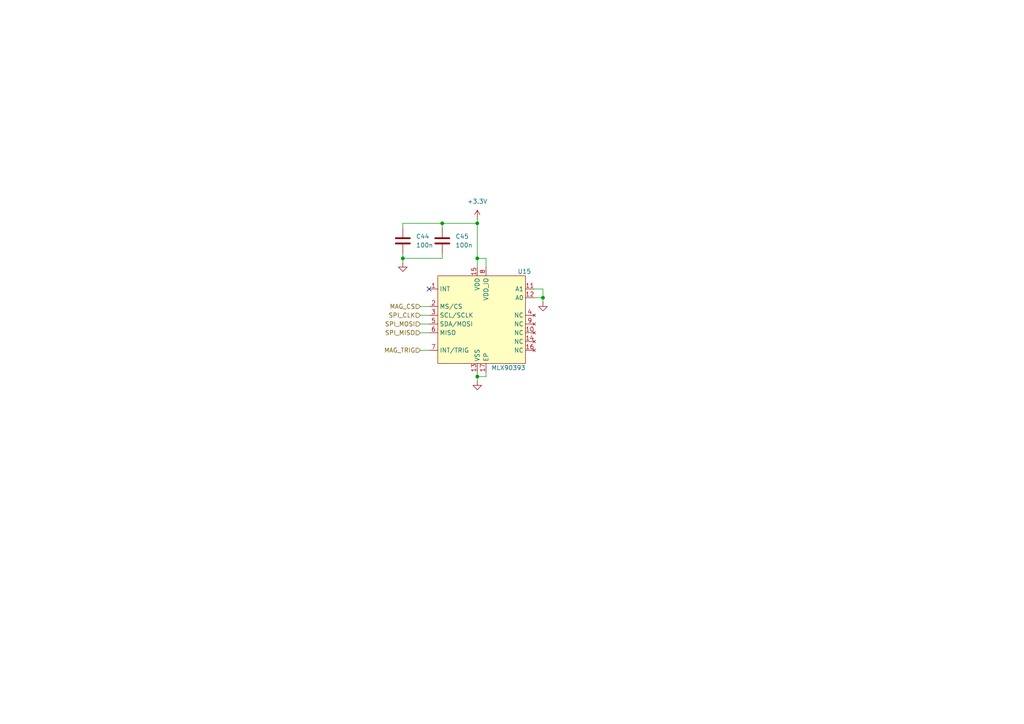
<source format=kicad_sch>
(kicad_sch (version 20231120) (generator "eeschema") (generator_version "8.0")
  (paper "A4")
  (lib_symbols
    (symbol "Device:C" (pin_numbers hide) (pin_names (offset 0.254))
      (property "Reference" "C" (at 0.635 2.54 0))
      (property "Value" "C" (at 0.635 -2.54 0))
      (symbol "C_0_1"
        (polyline (pts (xy -2.032 -0.762) (xy 2.032 -0.762)) (stroke (width 0.508)))
        (polyline (pts (xy -2.032 0.762) (xy 2.032 0.762)) (stroke (width 0.508)))
      )
      (symbol "C_1_1"
        (pin passive line (at 0 3.81 270) (length 2.794) (name "~") (number "1"))
        (pin passive line (at 0 -3.81 90) (length 2.794) (name "~") (number "2"))
      )
    )
    (symbol "Mag_Profiler_ICs:MLX90393"
      (property "Reference" "U" (at 10.668 13.716 0))
      (property "Value" "MLX90393" (at 7.874 -13.97 0))
      (symbol "MLX90393_1_1"
        (rectangle (start -12.7 12.7) (end 12.7 -12.7) (fill (type background)))
        (pin output line (at -15.24 8.89 0) (length 2.54) (name "INT") (number "1"))
        (pin no_connect line (at 15.24 -3.81 180) (length 2.54) (name "NC") (number "10"))
        (pin bidirectional line (at 15.24 8.89 180) (length 2.54) (name "A1") (number "11"))
        (pin bidirectional line (at 15.24 6.35 180) (length 2.54) (name "A0") (number "12"))
        (pin power_in line (at -1.27 -15.24 90) (length 2.54) (name "VSS") (number "13"))
        (pin no_connect line (at 15.24 -6.35 180) (length 2.54) (name "NC") (number "14"))
        (pin power_in line (at -1.27 15.24 270) (length 2.54) (name "VDD") (number "15"))
        (pin no_connect line (at 15.24 -8.89 180) (length 2.54) (name "NC") (number "16"))
        (pin power_in line (at 1.27 -15.24 90) (length 2.54) (name "EP") (number "17"))
        (pin input line (at -15.24 3.81 0) (length 2.54) (name "MS/CS") (number "2"))
        (pin bidirectional line (at -15.24 1.27 0) (length 2.54) (name "SCL/SCLK") (number "3"))
        (pin no_connect line (at 15.24 1.27 180) (length 2.54) (name "NC") (number "4"))
        (pin bidirectional line (at -15.24 -1.27 0) (length 2.54) (name "SDA/MOSI") (number "5"))
        (pin bidirectional line (at -15.24 -3.81 0) (length 2.54) (name "MISO") (number "6"))
        (pin bidirectional line (at -15.24 -8.89 0) (length 2.54) (name "INT/TRIG") (number "7"))
        (pin power_in line (at 1.27 15.24 270) (length 2.54) (name "VDD_IO") (number "8"))
        (pin no_connect line (at 15.24 -1.27 180) (length 2.54) (name "NC") (number "9"))
      )
    )
    (symbol "power:+3.3V" (power) (pin_numbers hide) (pin_names (offset 0) hide)
      (property "Value" "+3.3V" (at 0 3.556 0))
      (symbol "+3.3V_0_1"
        (polyline (pts (xy -0.762 1.27) (xy 0 2.54)))
        (polyline (pts (xy 0 0) (xy 0 2.54)))
        (polyline (pts (xy 0 2.54) (xy 0.762 1.27)))
      )
      (symbol "+3.3V_1_1"
        (pin power_in line (at 0 0 90) (length 0) (name "~") (number "1"))
      )
    )
    (symbol "power:GND" (power) (pin_numbers hide) (pin_names (offset 0) hide)
      (property "Value" "GND" (at 0 -3.81 0))
      (symbol "GND_0_1"
        (polyline (pts (xy 0 0) (xy 0 -1.27) (xy 1.27 -1.27) (xy 0 -2.54) (xy -1.27 -1.27) (xy 0 -1.27)))
      )
      (symbol "GND_1_1"
        (pin power_in line (at 0 0 270) (length 0) (name "~") (number "1"))
      )
    )
  )
  (junction (at 138.43 74.93))
  (junction (at 138.43 109.22))
  (junction (at 116.84 74.93))
  (junction (at 138.43 64.77))
  (junction (at 128.27 64.77))
  (junction (at 157.48 86.36))
  (no_connect (at 124.46 83.82))
  (wire (pts (xy 154.94 86.36) (xy 157.48 86.36)))
  (wire (pts (xy 138.43 64.77) (xy 138.43 74.93)))
  (wire (pts (xy 140.97 109.22) (xy 138.43 109.22)))
  (wire (pts (xy 138.43 107.95) (xy 138.43 109.22)))
  (wire (pts (xy 154.94 83.82) (xy 157.48 83.82)))
  (wire (pts (xy 138.43 74.93) (xy 138.43 77.47)))
  (wire (pts (xy 140.97 74.93) (xy 138.43 74.93)))
  (wire (pts (xy 124.46 101.6) (xy 121.92 101.6)))
  (wire (pts (xy 121.92 91.44) (xy 124.46 91.44)))
  (wire (pts (xy 157.48 86.36) (xy 157.48 87.63)))
  (wire (pts (xy 157.48 83.82) (xy 157.48 86.36)))
  (wire (pts (xy 128.27 74.93) (xy 116.84 74.93)))
  (wire (pts (xy 128.27 73.66) (xy 128.27 74.93)))
  (wire (pts (xy 121.92 96.52) (xy 124.46 96.52)))
  (wire (pts (xy 138.43 63.5) (xy 138.43 64.77)))
  (wire (pts (xy 116.84 73.66) (xy 116.84 74.93)))
  (wire (pts (xy 140.97 107.95) (xy 140.97 109.22)))
  (wire (pts (xy 121.92 88.9) (xy 124.46 88.9)))
  (wire (pts (xy 116.84 64.77) (xy 128.27 64.77)))
  (wire (pts (xy 128.27 66.04) (xy 128.27 64.77)))
  (wire (pts (xy 121.92 93.98) (xy 124.46 93.98)))
  (wire (pts (xy 140.97 77.47) (xy 140.97 74.93)))
  (wire (pts (xy 128.27 64.77) (xy 138.43 64.77)))
  (wire (pts (xy 116.84 66.04) (xy 116.84 64.77)))
  (wire (pts (xy 138.43 109.22) (xy 138.43 110.49)))
  (wire (pts (xy 116.84 74.93) (xy 116.84 76.2)))
  (hierarchical_label "MAG_TRIG" (shape input) (at 121.92 101.6 180))
  (hierarchical_label "MAG_CS" (shape input) (at 121.92 88.9 180))
  (hierarchical_label "SPI_MISO" (shape input) (at 121.92 96.52 180))
  (hierarchical_label "SPI_CLK" (shape input) (at 121.92 91.44 180))
  (hierarchical_label "SPI_MOSI" (shape input) (at 121.92 93.98 180))
  (symbol (lib_id "Mag_Profiler_ICs:MLX90393") (at 139.7 92.71 0) (unit 1)
    (property "Reference" "U15" (at 150.114 78.74 0) (effects (justify left)))
    (property "Value" "MLX90393" (at 142.494 106.68 0) (effects (justify left)))
    (property "Footprint" "Package_DFN_QFN:QFN-16-1EP_3x3mm_P0.5mm_EP1.75x1.75mm_ThermalVias" (effects (hide yes)))
    (property "Datasheet" "https://media.melexis.com/-/media/files/documents/datasheets/mlx90393-datasheet-melexis.pdf" (effects (hide yes)))
    (property "Description" "Wide dynamic range magnetometer" (effects (hide yes)))
    (property "Manufacturer" "Melexis Technologies NV" (effects (hide yes)))
    (property "Manufacturer Part Number" "MLX90393SLW-ABA-011-RE " (effects (hide yes)))
    (property "Distributor Link" "https://www.digikey.com/en/products/detail/melexis-technologies-nv/MLX90393SLW-ABA-011-RE/5031683" (effects (hide yes)))
    (instances (project "Magnetic_field_profiler" (path "" (reference "U15") (unit 1)) (path "" (reference "U6") (unit 1)) (path "" (reference "U7") (unit 1)) (path "" (reference "U13") (unit 1)) (path "" (reference "U16") (unit 1)) (path "" (reference "U11") (unit 1)) (path "" (reference "U10") (unit 1)) (path "" (reference "U19") (unit 1)) (path "" (reference "U9") (unit 1)) (path "" (reference "U8") (unit 1)) (path "" (reference "U17") (unit 1)) (path "" (reference "U20") (unit 1)) (path "" (reference "U14") (unit 1)) (path "" (reference "U21") (unit 1)) (path "" (reference "U18") (unit 1)) (path "" (reference "U12") (unit 1))))
  )
  (symbol (lib_id "power:GND") (at 138.43 110.49 0) (unit 1)
    (property "Reference" "#PWR079" (effects (hide yes)))
    (property "Value" "GND" (effects (hide yes)))
    (property "Description" "Power symbol creates a global label with name \"GND\" , ground" (effects (hide yes)))
    (instances (project "Magnetic_field_profiler" (path "" (reference "#PWR079") (unit 1)) (path "" (reference "#PWR043") (unit 1)) (path "" (reference "#PWR047") (unit 1)) (path "" (reference "#PWR071") (unit 1)) (path "" (reference "#PWR083") (unit 1)) (path "" (reference "#PWR063") (unit 1)) (path "" (reference "#PWR059") (unit 1)) (path "" (reference "#PWR095") (unit 1)) (path "" (reference "#PWR055") (unit 1)) (path "" (reference "#PWR051") (unit 1)) (path "" (reference "#PWR087") (unit 1)) (path "" (reference "#PWR099") (unit 1)) (path "" (reference "#PWR075") (unit 1)) (path "" (reference "#PWR0103") (unit 1)) (path "" (reference "#PWR091") (unit 1)) (path "" (reference "#PWR067") (unit 1))))
  )
  (symbol (lib_id "Device:C") (at 128.27 69.85 0) (unit 1)
    (property "Reference" "C45" (at 132.08 68.5799 0) (effects (justify left)))
    (property "Value" "100n" (at 132.08 71.1199 0) (effects (justify left)))
    (property "Footprint" "Capacitor_SMD:C_0402_1005Metric" (effects (hide yes)))
    (property "Description" "Unpolarized capacitor" (effects (hide yes)))
    (instances (project "Magnetic_field_profiler" (path "" (reference "C45") (unit 1)) (path "" (reference "C27") (unit 1)) (path "" (reference "C29") (unit 1)) (path "" (reference "C41") (unit 1)) (path "" (reference "C47") (unit 1)) (path "" (reference "C37") (unit 1)) (path "" (reference "C35") (unit 1)) (path "" (reference "C53") (unit 1)) (path "" (reference "C33") (unit 1)) (path "" (reference "C31") (unit 1)) (path "" (reference "C49") (unit 1)) (path "" (reference "C55") (unit 1)) (path "" (reference "C43") (unit 1)) (path "" (reference "C57") (unit 1)) (path "" (reference "C51") (unit 1)) (path "" (reference "C39") (unit 1))))
  )
  (symbol (lib_id "power:+3.3V") (at 138.43 63.5 0) (unit 1)
    (property "Reference" "#PWR076" (effects (hide yes)))
    (property "Value" "+3.3V" (at 138.43 58.42 0))
    (property "Description" "Power symbol creates a global label with name \"+3.3V\"" (effects (hide yes)))
    (instances (project "Magnetic_field_profiler" (path "" (reference "#PWR076") (unit 1)) (path "" (reference "#PWR040") (unit 1)) (path "" (reference "#PWR044") (unit 1)) (path "" (reference "#PWR068") (unit 1)) (path "" (reference "#PWR080") (unit 1)) (path "" (reference "#PWR060") (unit 1)) (path "" (reference "#PWR056") (unit 1)) (path "" (reference "#PWR092") (unit 1)) (path "" (reference "#PWR052") (unit 1)) (path "" (reference "#PWR048") (unit 1)) (path "" (reference "#PWR084") (unit 1)) (path "" (reference "#PWR096") (unit 1)) (path "" (reference "#PWR072") (unit 1)) (path "" (reference "#PWR0100") (unit 1)) (path "" (reference "#PWR088") (unit 1)) (path "" (reference "#PWR064") (unit 1))))
  )
  (symbol (lib_id "power:GND") (at 157.48 87.63 0) (unit 1)
    (property "Reference" "#PWR078" (effects (hide yes)))
    (property "Value" "GND" (effects (hide yes)))
    (property "Description" "Power symbol creates a global label with name \"GND\" , ground" (effects (hide yes)))
    (instances (project "Magnetic_field_profiler" (path "" (reference "#PWR078") (unit 1)) (path "" (reference "#PWR042") (unit 1)) (path "" (reference "#PWR046") (unit 1)) (path "" (reference "#PWR070") (unit 1)) (path "" (reference "#PWR082") (unit 1)) (path "" (reference "#PWR062") (unit 1)) (path "" (reference "#PWR058") (unit 1)) (path "" (reference "#PWR094") (unit 1)) (path "" (reference "#PWR054") (unit 1)) (path "" (reference "#PWR050") (unit 1)) (path "" (reference "#PWR086") (unit 1)) (path "" (reference "#PWR098") (unit 1)) (path "" (reference "#PWR074") (unit 1)) (path "" (reference "#PWR0102") (unit 1)) (path "" (reference "#PWR090") (unit 1)) (path "" (reference "#PWR066") (unit 1))))
  )
  (symbol (lib_id "Device:C") (at 116.84 69.85 0) (unit 1)
    (property "Reference" "C44" (at 120.65 68.5799 0) (effects (justify left)))
    (property "Value" "100n" (at 120.65 71.1199 0) (effects (justify left)))
    (property "Footprint" "Capacitor_SMD:C_0402_1005Metric" (effects (hide yes)))
    (property "Description" "Unpolarized capacitor" (effects (hide yes)))
    (instances (project "Magnetic_field_profiler" (path "" (reference "C44") (unit 1)) (path "" (reference "C26") (unit 1)) (path "" (reference "C28") (unit 1)) (path "" (reference "C40") (unit 1)) (path "" (reference "C46") (unit 1)) (path "" (reference "C36") (unit 1)) (path "" (reference "C34") (unit 1)) (path "" (reference "C52") (unit 1)) (path "" (reference "C32") (unit 1)) (path "" (reference "C30") (unit 1)) (path "" (reference "C48") (unit 1)) (path "" (reference "C54") (unit 1)) (path "" (reference "C42") (unit 1)) (path "" (reference "C56") (unit 1)) (path "" (reference "C50") (unit 1)) (path "" (reference "C38") (unit 1))))
  )
  (symbol (lib_id "power:GND") (at 116.84 76.2 0) (unit 1)
    (property "Reference" "#PWR077" (effects (hide yes)))
    (property "Value" "GND" (effects (hide yes)))
    (property "Description" "Power symbol creates a global label with name \"GND\" , ground" (effects (hide yes)))
    (instances (project "Magnetic_field_profiler" (path "" (reference "#PWR077") (unit 1)) (path "" (reference "#PWR041") (unit 1)) (path "" (reference "#PWR045") (unit 1)) (path "" (reference "#PWR069") (unit 1)) (path "" (reference "#PWR081") (unit 1)) (path "" (reference "#PWR061") (unit 1)) (path "" (reference "#PWR057") (unit 1)) (path "" (reference "#PWR093") (unit 1)) (path "" (reference "#PWR053") (unit 1)) (path "" (reference "#PWR049") (unit 1)) (path "" (reference "#PWR085") (unit 1)) (path "" (reference "#PWR097") (unit 1)) (path "" (reference "#PWR073") (unit 1)) (path "" (reference "#PWR0101") (unit 1)) (path "" (reference "#PWR089") (unit 1)) (path "" (reference "#PWR065") (unit 1))))
  )
)
</source>
